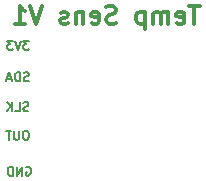
<source format=gbr>
G04 #@! TF.FileFunction,Legend,Bot*
%FSLAX46Y46*%
G04 Gerber Fmt 4.6, Leading zero omitted, Abs format (unit mm)*
G04 Created by KiCad (PCBNEW 4.0.0-rc1-stable) date 9/23/2015 9:03:36 PM*
%MOMM*%
G01*
G04 APERTURE LIST*
%ADD10C,0.100000*%
%ADD11C,0.187500*%
%ADD12C,0.300000*%
G04 APERTURE END LIST*
D10*
D11*
X147180999Y-110079286D02*
X147038142Y-110079286D01*
X146966714Y-110115000D01*
X146895285Y-110186429D01*
X146859571Y-110329286D01*
X146859571Y-110579286D01*
X146895285Y-110722143D01*
X146966714Y-110793571D01*
X147038142Y-110829286D01*
X147180999Y-110829286D01*
X147252428Y-110793571D01*
X147323857Y-110722143D01*
X147359571Y-110579286D01*
X147359571Y-110329286D01*
X147323857Y-110186429D01*
X147252428Y-110115000D01*
X147180999Y-110079286D01*
X146538143Y-110079286D02*
X146538143Y-110686429D01*
X146502428Y-110757857D01*
X146466714Y-110793571D01*
X146395285Y-110829286D01*
X146252428Y-110829286D01*
X146181000Y-110793571D01*
X146145285Y-110757857D01*
X146109571Y-110686429D01*
X146109571Y-110079286D01*
X145859571Y-110079286D02*
X145431000Y-110079286D01*
X145645286Y-110829286D02*
X145645286Y-110079286D01*
D12*
X161816856Y-99508571D02*
X160959713Y-99508571D01*
X161388284Y-101008571D02*
X161388284Y-99508571D01*
X159888285Y-100937143D02*
X160031142Y-101008571D01*
X160316856Y-101008571D01*
X160459713Y-100937143D01*
X160531142Y-100794286D01*
X160531142Y-100222857D01*
X160459713Y-100080000D01*
X160316856Y-100008571D01*
X160031142Y-100008571D01*
X159888285Y-100080000D01*
X159816856Y-100222857D01*
X159816856Y-100365714D01*
X160531142Y-100508571D01*
X159173999Y-101008571D02*
X159173999Y-100008571D01*
X159173999Y-100151429D02*
X159102571Y-100080000D01*
X158959713Y-100008571D01*
X158745428Y-100008571D01*
X158602571Y-100080000D01*
X158531142Y-100222857D01*
X158531142Y-101008571D01*
X158531142Y-100222857D02*
X158459713Y-100080000D01*
X158316856Y-100008571D01*
X158102571Y-100008571D01*
X157959713Y-100080000D01*
X157888285Y-100222857D01*
X157888285Y-101008571D01*
X157173999Y-100008571D02*
X157173999Y-101508571D01*
X157173999Y-100080000D02*
X157031142Y-100008571D01*
X156745428Y-100008571D01*
X156602571Y-100080000D01*
X156531142Y-100151429D01*
X156459713Y-100294286D01*
X156459713Y-100722857D01*
X156531142Y-100865714D01*
X156602571Y-100937143D01*
X156745428Y-101008571D01*
X157031142Y-101008571D01*
X157173999Y-100937143D01*
X154745428Y-100937143D02*
X154531142Y-101008571D01*
X154173999Y-101008571D01*
X154031142Y-100937143D01*
X153959713Y-100865714D01*
X153888285Y-100722857D01*
X153888285Y-100580000D01*
X153959713Y-100437143D01*
X154031142Y-100365714D01*
X154173999Y-100294286D01*
X154459713Y-100222857D01*
X154602571Y-100151429D01*
X154673999Y-100080000D01*
X154745428Y-99937143D01*
X154745428Y-99794286D01*
X154673999Y-99651429D01*
X154602571Y-99580000D01*
X154459713Y-99508571D01*
X154102571Y-99508571D01*
X153888285Y-99580000D01*
X152674000Y-100937143D02*
X152816857Y-101008571D01*
X153102571Y-101008571D01*
X153245428Y-100937143D01*
X153316857Y-100794286D01*
X153316857Y-100222857D01*
X153245428Y-100080000D01*
X153102571Y-100008571D01*
X152816857Y-100008571D01*
X152674000Y-100080000D01*
X152602571Y-100222857D01*
X152602571Y-100365714D01*
X153316857Y-100508571D01*
X151959714Y-100008571D02*
X151959714Y-101008571D01*
X151959714Y-100151429D02*
X151888286Y-100080000D01*
X151745428Y-100008571D01*
X151531143Y-100008571D01*
X151388286Y-100080000D01*
X151316857Y-100222857D01*
X151316857Y-101008571D01*
X150674000Y-100937143D02*
X150531143Y-101008571D01*
X150245428Y-101008571D01*
X150102571Y-100937143D01*
X150031143Y-100794286D01*
X150031143Y-100722857D01*
X150102571Y-100580000D01*
X150245428Y-100508571D01*
X150459714Y-100508571D01*
X150602571Y-100437143D01*
X150674000Y-100294286D01*
X150674000Y-100222857D01*
X150602571Y-100080000D01*
X150459714Y-100008571D01*
X150245428Y-100008571D01*
X150102571Y-100080000D01*
X148459714Y-99508571D02*
X147959714Y-101008571D01*
X147459714Y-99508571D01*
X146174000Y-101008571D02*
X147031143Y-101008571D01*
X146602571Y-101008571D02*
X146602571Y-99508571D01*
X146745428Y-99722857D01*
X146888286Y-99865714D01*
X147031143Y-99937143D01*
D11*
X147323857Y-108380571D02*
X147216714Y-108416286D01*
X147038143Y-108416286D01*
X146966714Y-108380571D01*
X146931000Y-108344857D01*
X146895285Y-108273429D01*
X146895285Y-108202000D01*
X146931000Y-108130571D01*
X146966714Y-108094857D01*
X147038143Y-108059143D01*
X147181000Y-108023429D01*
X147252428Y-107987714D01*
X147288143Y-107952000D01*
X147323857Y-107880571D01*
X147323857Y-107809143D01*
X147288143Y-107737714D01*
X147252428Y-107702000D01*
X147181000Y-107666286D01*
X147002428Y-107666286D01*
X146895285Y-107702000D01*
X146216714Y-108416286D02*
X146573857Y-108416286D01*
X146573857Y-107666286D01*
X145966714Y-108416286D02*
X145966714Y-107666286D01*
X145538142Y-108416286D02*
X145859571Y-107987714D01*
X145538142Y-107666286D02*
X145966714Y-108094857D01*
X147341714Y-105840571D02*
X147234571Y-105876286D01*
X147056000Y-105876286D01*
X146984571Y-105840571D01*
X146948857Y-105804857D01*
X146913142Y-105733429D01*
X146913142Y-105662000D01*
X146948857Y-105590571D01*
X146984571Y-105554857D01*
X147056000Y-105519143D01*
X147198857Y-105483429D01*
X147270285Y-105447714D01*
X147306000Y-105412000D01*
X147341714Y-105340571D01*
X147341714Y-105269143D01*
X147306000Y-105197714D01*
X147270285Y-105162000D01*
X147198857Y-105126286D01*
X147020285Y-105126286D01*
X146913142Y-105162000D01*
X146591714Y-105876286D02*
X146591714Y-105126286D01*
X146413142Y-105126286D01*
X146305999Y-105162000D01*
X146234571Y-105233429D01*
X146198856Y-105304857D01*
X146163142Y-105447714D01*
X146163142Y-105554857D01*
X146198856Y-105697714D01*
X146234571Y-105769143D01*
X146305999Y-105840571D01*
X146413142Y-105876286D01*
X146591714Y-105876286D01*
X145877428Y-105662000D02*
X145520285Y-105662000D01*
X145948856Y-105876286D02*
X145698856Y-105126286D01*
X145448856Y-105876286D01*
X147359571Y-102459286D02*
X146895285Y-102459286D01*
X147145285Y-102745000D01*
X147038143Y-102745000D01*
X146966714Y-102780714D01*
X146931000Y-102816429D01*
X146895285Y-102887857D01*
X146895285Y-103066429D01*
X146931000Y-103137857D01*
X146966714Y-103173571D01*
X147038143Y-103209286D01*
X147252428Y-103209286D01*
X147323857Y-103173571D01*
X147359571Y-103137857D01*
X146680999Y-102459286D02*
X146430999Y-103209286D01*
X146180999Y-102459286D01*
X146002428Y-102459286D02*
X145538142Y-102459286D01*
X145788142Y-102745000D01*
X145681000Y-102745000D01*
X145609571Y-102780714D01*
X145573857Y-102816429D01*
X145538142Y-102887857D01*
X145538142Y-103066429D01*
X145573857Y-103137857D01*
X145609571Y-103173571D01*
X145681000Y-103209286D01*
X145895285Y-103209286D01*
X145966714Y-103173571D01*
X146002428Y-103137857D01*
X147129428Y-113163000D02*
X147200857Y-113127286D01*
X147308000Y-113127286D01*
X147415143Y-113163000D01*
X147486571Y-113234429D01*
X147522286Y-113305857D01*
X147558000Y-113448714D01*
X147558000Y-113555857D01*
X147522286Y-113698714D01*
X147486571Y-113770143D01*
X147415143Y-113841571D01*
X147308000Y-113877286D01*
X147236571Y-113877286D01*
X147129428Y-113841571D01*
X147093714Y-113805857D01*
X147093714Y-113555857D01*
X147236571Y-113555857D01*
X146772286Y-113877286D02*
X146772286Y-113127286D01*
X146343714Y-113877286D01*
X146343714Y-113127286D01*
X145986572Y-113877286D02*
X145986572Y-113127286D01*
X145808000Y-113127286D01*
X145700857Y-113163000D01*
X145629429Y-113234429D01*
X145593714Y-113305857D01*
X145558000Y-113448714D01*
X145558000Y-113555857D01*
X145593714Y-113698714D01*
X145629429Y-113770143D01*
X145700857Y-113841571D01*
X145808000Y-113877286D01*
X145986572Y-113877286D01*
M02*

</source>
